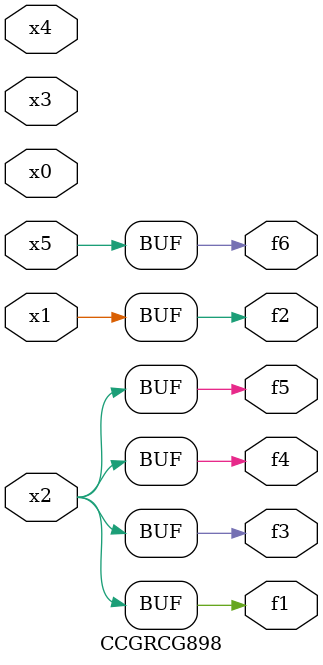
<source format=v>
module CCGRCG898(
	input x0, x1, x2, x3, x4, x5,
	output f1, f2, f3, f4, f5, f6
);
	assign f1 = x2;
	assign f2 = x1;
	assign f3 = x2;
	assign f4 = x2;
	assign f5 = x2;
	assign f6 = x5;
endmodule

</source>
